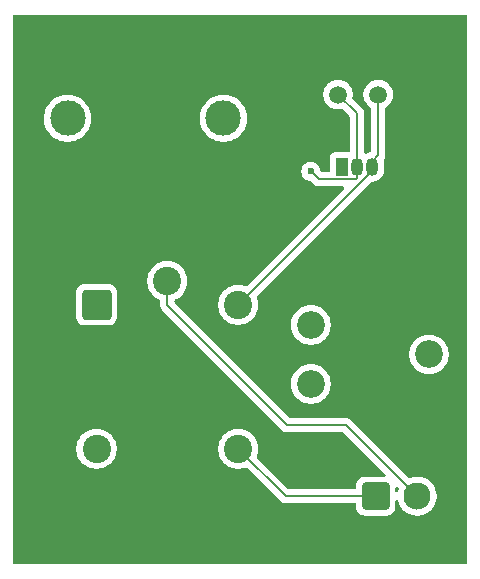
<source format=gbr>
%TF.GenerationSoftware,KiCad,Pcbnew,9.0.3*%
%TF.CreationDate,2025-07-19T00:48:33+05:30*%
%TF.ProjectId,Project_1,50726f6a-6563-4745-9f31-2e6b69636164,rev?*%
%TF.SameCoordinates,Original*%
%TF.FileFunction,Copper,L2,Bot*%
%TF.FilePolarity,Positive*%
%FSLAX46Y46*%
G04 Gerber Fmt 4.6, Leading zero omitted, Abs format (unit mm)*
G04 Created by KiCad (PCBNEW 9.0.3) date 2025-07-19 00:48:33*
%MOMM*%
%LPD*%
G01*
G04 APERTURE LIST*
G04 Aperture macros list*
%AMRoundRect*
0 Rectangle with rounded corners*
0 $1 Rounding radius*
0 $2 $3 $4 $5 $6 $7 $8 $9 X,Y pos of 4 corners*
0 Add a 4 corners polygon primitive as box body*
4,1,4,$2,$3,$4,$5,$6,$7,$8,$9,$2,$3,0*
0 Add four circle primitives for the rounded corners*
1,1,$1+$1,$2,$3*
1,1,$1+$1,$4,$5*
1,1,$1+$1,$6,$7*
1,1,$1+$1,$8,$9*
0 Add four rect primitives between the rounded corners*
20,1,$1+$1,$2,$3,$4,$5,0*
20,1,$1+$1,$4,$5,$6,$7,0*
20,1,$1+$1,$6,$7,$8,$9,0*
20,1,$1+$1,$8,$9,$2,$3,0*%
G04 Aperture macros list end*
%TA.AperFunction,ComponentPad*%
%ADD10C,2.340000*%
%TD*%
%TA.AperFunction,ComponentPad*%
%ADD11C,1.500000*%
%TD*%
%TA.AperFunction,ComponentPad*%
%ADD12R,1.050000X1.500000*%
%TD*%
%TA.AperFunction,ComponentPad*%
%ADD13O,1.050000X1.500000*%
%TD*%
%TA.AperFunction,ComponentPad*%
%ADD14C,2.400000*%
%TD*%
%TA.AperFunction,ComponentPad*%
%ADD15RoundRect,0.250000X-1.000000X-1.000000X1.000000X-1.000000X1.000000X1.000000X-1.000000X1.000000X0*%
%TD*%
%TA.AperFunction,ComponentPad*%
%ADD16RoundRect,0.250001X-0.899999X-0.899999X0.899999X-0.899999X0.899999X0.899999X-0.899999X0.899999X0*%
%TD*%
%TA.AperFunction,ComponentPad*%
%ADD17C,2.300000*%
%TD*%
%TA.AperFunction,ComponentPad*%
%ADD18C,3.000000*%
%TD*%
%TA.AperFunction,ViaPad*%
%ADD19C,0.600000*%
%TD*%
%TA.AperFunction,Conductor*%
%ADD20C,0.200000*%
%TD*%
G04 APERTURE END LIST*
D10*
%TO.P,RV1,1,1*%
%TO.N,+9V*%
X133500000Y-82495000D03*
%TO.P,RV1,2,2*%
X143500000Y-79995000D03*
%TO.P,RV1,3,3*%
%TO.N,/ldr*%
X133500000Y-77495000D03*
%TD*%
D11*
%TO.P,R1,1*%
%TO.N,/ldr*%
X135800000Y-58000000D03*
%TO.P,R1,2*%
%TO.N,GND*%
X139200000Y-58000000D03*
%TD*%
D12*
%TO.P,Q1,1,C*%
%TO.N,+9V*%
X136130000Y-64130000D03*
D13*
%TO.P,Q1,2,B*%
%TO.N,/ldr*%
X137400000Y-64130000D03*
%TO.P,Q1,3,E*%
%TO.N,GND*%
X138670000Y-64130000D03*
%TD*%
D14*
%TO.P,K1,11*%
%TO.N,Net-(J1-Pin_2)*%
X121355000Y-73790000D03*
%TO.P,K1,12*%
%TO.N,Net-(J1-Pin_1)*%
X127355000Y-87990000D03*
%TO.P,K1,14*%
%TO.N,unconnected-(K1-Pad14)*%
X115355000Y-87990000D03*
D15*
%TO.P,K1,A1*%
%TO.N,+9V*%
X115355000Y-75790000D03*
D14*
%TO.P,K1,A2*%
%TO.N,GND*%
X127355000Y-75790000D03*
%TD*%
D16*
%TO.P,J1,1,Pin_1*%
%TO.N,Net-(J1-Pin_1)*%
X139000000Y-92000000D03*
D17*
%TO.P,J1,2,Pin_2*%
%TO.N,Net-(J1-Pin_2)*%
X142500000Y-92000000D03*
%TD*%
D18*
%TO.P,BT1,1,+*%
%TO.N,+9V*%
X126100000Y-60000000D03*
X112900000Y-60000000D03*
%TD*%
D19*
%TO.N,/ldr*%
X133500000Y-77495000D03*
X133500000Y-64500000D03*
X133500000Y-64500000D03*
X133500000Y-64500000D03*
%TD*%
D20*
%TO.N,/ldr*%
X137299000Y-65181000D02*
X134181000Y-65181000D01*
X137400000Y-65080000D02*
X137299000Y-65181000D01*
X134181000Y-65181000D02*
X133500000Y-64500000D01*
X137400000Y-64130000D02*
X137400000Y-65080000D01*
X137400000Y-59600000D02*
X135800000Y-58000000D01*
X137400000Y-64130000D02*
X137400000Y-59600000D01*
%TO.N,Net-(J1-Pin_1)*%
X131365000Y-92000000D02*
X127355000Y-87990000D01*
X139000000Y-92000000D02*
X131365000Y-92000000D01*
%TO.N,Net-(J1-Pin_2)*%
X121355000Y-75855000D02*
X121355000Y-73790000D01*
X136500000Y-86000000D02*
X131500000Y-86000000D01*
X131500000Y-86000000D02*
X121355000Y-75855000D01*
X142500000Y-92000000D02*
X136500000Y-86000000D01*
%TO.N,GND*%
X139200000Y-63140000D02*
X139200000Y-58000000D01*
X138670000Y-63670000D02*
X139200000Y-63140000D01*
X138670000Y-64130000D02*
X138670000Y-63670000D01*
X138670000Y-64475000D02*
X138670000Y-64130000D01*
X127355000Y-75790000D02*
X138670000Y-64475000D01*
%TD*%
%TA.AperFunction,NonConductor*%
G36*
X146692539Y-51270185D02*
G01*
X146738294Y-51322989D01*
X146749500Y-51374500D01*
X146749500Y-97625500D01*
X146729815Y-97692539D01*
X146677011Y-97738294D01*
X146625500Y-97749500D01*
X108374500Y-97749500D01*
X108307461Y-97729815D01*
X108261706Y-97677011D01*
X108250500Y-97625500D01*
X108250500Y-87878549D01*
X113654500Y-87878549D01*
X113654500Y-88101450D01*
X113654501Y-88101466D01*
X113683594Y-88322452D01*
X113683595Y-88322457D01*
X113683596Y-88322463D01*
X113683597Y-88322465D01*
X113741290Y-88537780D01*
X113741293Y-88537790D01*
X113826593Y-88743722D01*
X113826595Y-88743726D01*
X113938052Y-88936774D01*
X113938057Y-88936780D01*
X113938058Y-88936782D01*
X114073751Y-89113622D01*
X114073757Y-89113629D01*
X114231370Y-89271242D01*
X114231376Y-89271247D01*
X114408226Y-89406948D01*
X114601274Y-89518405D01*
X114653991Y-89540241D01*
X114795432Y-89598828D01*
X114807219Y-89603710D01*
X115022537Y-89661404D01*
X115243543Y-89690500D01*
X115243550Y-89690500D01*
X115466450Y-89690500D01*
X115466457Y-89690500D01*
X115687463Y-89661404D01*
X115902781Y-89603710D01*
X116108726Y-89518405D01*
X116301774Y-89406948D01*
X116478624Y-89271247D01*
X116636247Y-89113624D01*
X116771948Y-88936774D01*
X116883405Y-88743726D01*
X116968710Y-88537781D01*
X117026404Y-88322463D01*
X117055500Y-88101457D01*
X117055500Y-87878543D01*
X117026404Y-87657537D01*
X116968710Y-87442219D01*
X116883405Y-87236274D01*
X116771948Y-87043226D01*
X116636247Y-86866376D01*
X116636242Y-86866370D01*
X116478629Y-86708757D01*
X116478622Y-86708751D01*
X116301782Y-86573058D01*
X116301780Y-86573057D01*
X116301774Y-86573052D01*
X116108726Y-86461595D01*
X116108722Y-86461593D01*
X115902790Y-86376293D01*
X115902783Y-86376291D01*
X115902781Y-86376290D01*
X115687463Y-86318596D01*
X115687457Y-86318595D01*
X115687452Y-86318594D01*
X115466466Y-86289501D01*
X115466463Y-86289500D01*
X115466457Y-86289500D01*
X115243543Y-86289500D01*
X115243537Y-86289500D01*
X115243533Y-86289501D01*
X115022547Y-86318594D01*
X115022540Y-86318595D01*
X115022537Y-86318596D01*
X114807219Y-86376290D01*
X114807209Y-86376293D01*
X114601277Y-86461593D01*
X114601273Y-86461595D01*
X114408226Y-86573052D01*
X114408217Y-86573058D01*
X114231377Y-86708751D01*
X114231370Y-86708757D01*
X114073757Y-86866370D01*
X114073751Y-86866377D01*
X113938058Y-87043217D01*
X113938052Y-87043226D01*
X113826595Y-87236273D01*
X113826593Y-87236277D01*
X113741293Y-87442209D01*
X113741290Y-87442219D01*
X113683597Y-87657534D01*
X113683594Y-87657547D01*
X113654501Y-87878533D01*
X113654500Y-87878549D01*
X108250500Y-87878549D01*
X108250500Y-74739983D01*
X113604500Y-74739983D01*
X113604500Y-76840001D01*
X113604501Y-76840018D01*
X113615000Y-76942796D01*
X113615001Y-76942799D01*
X113670185Y-77109331D01*
X113670186Y-77109334D01*
X113762288Y-77258656D01*
X113886344Y-77382712D01*
X114035666Y-77474814D01*
X114202203Y-77529999D01*
X114304991Y-77540500D01*
X116405008Y-77540499D01*
X116507797Y-77529999D01*
X116674334Y-77474814D01*
X116823656Y-77382712D01*
X116947712Y-77258656D01*
X117039814Y-77109334D01*
X117094999Y-76942797D01*
X117105500Y-76840009D01*
X117105499Y-74739992D01*
X117094999Y-74637203D01*
X117039814Y-74470666D01*
X116947712Y-74321344D01*
X116823656Y-74197288D01*
X116674334Y-74105186D01*
X116507797Y-74050001D01*
X116507795Y-74050000D01*
X116405010Y-74039500D01*
X114304998Y-74039500D01*
X114304981Y-74039501D01*
X114202203Y-74050000D01*
X114202200Y-74050001D01*
X114035668Y-74105185D01*
X114035663Y-74105187D01*
X113886342Y-74197289D01*
X113762289Y-74321342D01*
X113670187Y-74470663D01*
X113670186Y-74470666D01*
X113615001Y-74637203D01*
X113615001Y-74637204D01*
X113615000Y-74637204D01*
X113604500Y-74739983D01*
X108250500Y-74739983D01*
X108250500Y-73678549D01*
X119654500Y-73678549D01*
X119654500Y-73901450D01*
X119654501Y-73901466D01*
X119683594Y-74122452D01*
X119683595Y-74122457D01*
X119683596Y-74122463D01*
X119708299Y-74214656D01*
X119741290Y-74337780D01*
X119741293Y-74337790D01*
X119812110Y-74508757D01*
X119826595Y-74543726D01*
X119938052Y-74736774D01*
X119938057Y-74736780D01*
X119938058Y-74736782D01*
X120073751Y-74913622D01*
X120073757Y-74913629D01*
X120231370Y-75071242D01*
X120231376Y-75071247D01*
X120408226Y-75206948D01*
X120601274Y-75318405D01*
X120601277Y-75318406D01*
X120601282Y-75318409D01*
X120677952Y-75350166D01*
X120732356Y-75394006D01*
X120754421Y-75460300D01*
X120754500Y-75464727D01*
X120754500Y-75768330D01*
X120754499Y-75768348D01*
X120754499Y-75934054D01*
X120754498Y-75934054D01*
X120754499Y-75934057D01*
X120795423Y-76086785D01*
X120795424Y-76086787D01*
X120795423Y-76086787D01*
X120804814Y-76103051D01*
X120804815Y-76103052D01*
X120874477Y-76223712D01*
X120874481Y-76223717D01*
X120993349Y-76342585D01*
X120993354Y-76342589D01*
X131131284Y-86480520D01*
X131131286Y-86480521D01*
X131131290Y-86480524D01*
X131268209Y-86559573D01*
X131268216Y-86559577D01*
X131420943Y-86600501D01*
X131420945Y-86600501D01*
X131586654Y-86600501D01*
X131586670Y-86600500D01*
X136199903Y-86600500D01*
X136266942Y-86620185D01*
X136287584Y-86636819D01*
X139788584Y-90137819D01*
X139822069Y-90199142D01*
X139817085Y-90268834D01*
X139775213Y-90324767D01*
X139709749Y-90349184D01*
X139700903Y-90349500D01*
X138049984Y-90349500D01*
X137947204Y-90360000D01*
X137947203Y-90360001D01*
X137780664Y-90415186D01*
X137780662Y-90415187D01*
X137631348Y-90507286D01*
X137631344Y-90507289D01*
X137507289Y-90631344D01*
X137507286Y-90631348D01*
X137415187Y-90780662D01*
X137415186Y-90780664D01*
X137360001Y-90947203D01*
X137360000Y-90947204D01*
X137349500Y-91049984D01*
X137349500Y-91275500D01*
X137329815Y-91342539D01*
X137277011Y-91388294D01*
X137225500Y-91399500D01*
X131665097Y-91399500D01*
X131598058Y-91379815D01*
X131577416Y-91363181D01*
X128963828Y-88749593D01*
X128930343Y-88688270D01*
X128935327Y-88618578D01*
X128936933Y-88614495D01*
X128968710Y-88537781D01*
X129026404Y-88322463D01*
X129055500Y-88101457D01*
X129055500Y-87878543D01*
X129026404Y-87657537D01*
X128968710Y-87442219D01*
X128883405Y-87236274D01*
X128771948Y-87043226D01*
X128636247Y-86866376D01*
X128636242Y-86866370D01*
X128478629Y-86708757D01*
X128478622Y-86708751D01*
X128301782Y-86573058D01*
X128301780Y-86573057D01*
X128301774Y-86573052D01*
X128108726Y-86461595D01*
X128108722Y-86461593D01*
X127902790Y-86376293D01*
X127902783Y-86376291D01*
X127902781Y-86376290D01*
X127687463Y-86318596D01*
X127687457Y-86318595D01*
X127687452Y-86318594D01*
X127466466Y-86289501D01*
X127466463Y-86289500D01*
X127466457Y-86289500D01*
X127243543Y-86289500D01*
X127243537Y-86289500D01*
X127243533Y-86289501D01*
X127022547Y-86318594D01*
X127022540Y-86318595D01*
X127022537Y-86318596D01*
X126807219Y-86376290D01*
X126807209Y-86376293D01*
X126601277Y-86461593D01*
X126601273Y-86461595D01*
X126408226Y-86573052D01*
X126408217Y-86573058D01*
X126231377Y-86708751D01*
X126231370Y-86708757D01*
X126073757Y-86866370D01*
X126073751Y-86866377D01*
X125938058Y-87043217D01*
X125938052Y-87043226D01*
X125826595Y-87236273D01*
X125826593Y-87236277D01*
X125741293Y-87442209D01*
X125741290Y-87442219D01*
X125683597Y-87657534D01*
X125683594Y-87657547D01*
X125654501Y-87878533D01*
X125654500Y-87878549D01*
X125654500Y-88101450D01*
X125654501Y-88101466D01*
X125683594Y-88322452D01*
X125683595Y-88322457D01*
X125683596Y-88322463D01*
X125683597Y-88322465D01*
X125741290Y-88537780D01*
X125741293Y-88537790D01*
X125826593Y-88743722D01*
X125826595Y-88743726D01*
X125938052Y-88936774D01*
X125938057Y-88936780D01*
X125938058Y-88936782D01*
X126073751Y-89113622D01*
X126073757Y-89113629D01*
X126231370Y-89271242D01*
X126231376Y-89271247D01*
X126408226Y-89406948D01*
X126601274Y-89518405D01*
X126653991Y-89540241D01*
X126795432Y-89598828D01*
X126807219Y-89603710D01*
X127022537Y-89661404D01*
X127243543Y-89690500D01*
X127243550Y-89690500D01*
X127466450Y-89690500D01*
X127466457Y-89690500D01*
X127687463Y-89661404D01*
X127902781Y-89603710D01*
X127979460Y-89571947D01*
X128048928Y-89564479D01*
X128111407Y-89595754D01*
X128114593Y-89598828D01*
X130880139Y-92364374D01*
X130880149Y-92364385D01*
X130884479Y-92368715D01*
X130884480Y-92368716D01*
X130996284Y-92480520D01*
X130996286Y-92480521D01*
X130996290Y-92480524D01*
X131133209Y-92559573D01*
X131133216Y-92559577D01*
X131245019Y-92589534D01*
X131285942Y-92600500D01*
X131285943Y-92600500D01*
X137225500Y-92600500D01*
X137292539Y-92620185D01*
X137338294Y-92672989D01*
X137349500Y-92724500D01*
X137349500Y-92950015D01*
X137360000Y-93052795D01*
X137360001Y-93052796D01*
X137415186Y-93219335D01*
X137415187Y-93219337D01*
X137507286Y-93368651D01*
X137507289Y-93368655D01*
X137631344Y-93492710D01*
X137631348Y-93492713D01*
X137780662Y-93584812D01*
X137780664Y-93584813D01*
X137780666Y-93584814D01*
X137947203Y-93639999D01*
X138049992Y-93650500D01*
X138049997Y-93650500D01*
X139950003Y-93650500D01*
X139950008Y-93650500D01*
X140052797Y-93639999D01*
X140219334Y-93584814D01*
X140368655Y-93492711D01*
X140492711Y-93368655D01*
X140584814Y-93219334D01*
X140639999Y-93052797D01*
X140650500Y-92950008D01*
X140650500Y-92431863D01*
X140670185Y-92364824D01*
X140722989Y-92319069D01*
X140792147Y-92309125D01*
X140855703Y-92338150D01*
X140892431Y-92393545D01*
X140930763Y-92511518D01*
X140970421Y-92633572D01*
X141088366Y-92865051D01*
X141241069Y-93075229D01*
X141424771Y-93258931D01*
X141634949Y-93411634D01*
X141782445Y-93486787D01*
X141866423Y-93529577D01*
X141866425Y-93529577D01*
X141866428Y-93529579D01*
X142113507Y-93609860D01*
X142245706Y-93630797D01*
X142370098Y-93650500D01*
X142370103Y-93650500D01*
X142629902Y-93650500D01*
X142743298Y-93632539D01*
X142886493Y-93609860D01*
X143133572Y-93529579D01*
X143365051Y-93411634D01*
X143575229Y-93258931D01*
X143758931Y-93075229D01*
X143911634Y-92865051D01*
X144029579Y-92633572D01*
X144109860Y-92386493D01*
X144132539Y-92243298D01*
X144150500Y-92129902D01*
X144150500Y-91870097D01*
X144120298Y-91679414D01*
X144109860Y-91613507D01*
X144029579Y-91366428D01*
X144029577Y-91366425D01*
X144029577Y-91366423D01*
X143983249Y-91275500D01*
X143911634Y-91134949D01*
X143758931Y-90924771D01*
X143575229Y-90741069D01*
X143365051Y-90588366D01*
X143292764Y-90551534D01*
X143133576Y-90470422D01*
X142886493Y-90390140D01*
X142629902Y-90349500D01*
X142629897Y-90349500D01*
X142370103Y-90349500D01*
X142370098Y-90349500D01*
X142113505Y-90390140D01*
X142113502Y-90390140D01*
X141903393Y-90458409D01*
X141833552Y-90460404D01*
X141777394Y-90428159D01*
X136987590Y-85638355D01*
X136987588Y-85638352D01*
X136868717Y-85519481D01*
X136868716Y-85519480D01*
X136781904Y-85469360D01*
X136781904Y-85469359D01*
X136781900Y-85469358D01*
X136731785Y-85440423D01*
X136579057Y-85399499D01*
X136420943Y-85399499D01*
X136413347Y-85399499D01*
X136413331Y-85399500D01*
X131800098Y-85399500D01*
X131733059Y-85379815D01*
X131712417Y-85363181D01*
X128734738Y-82385502D01*
X131829500Y-82385502D01*
X131829500Y-82604497D01*
X131853306Y-82785314D01*
X131858083Y-82821598D01*
X131914759Y-83033117D01*
X131998560Y-83235428D01*
X131998562Y-83235433D01*
X131998565Y-83235438D01*
X132108049Y-83425070D01*
X132241355Y-83598798D01*
X132241361Y-83598805D01*
X132396194Y-83753638D01*
X132396201Y-83753644D01*
X132569929Y-83886950D01*
X132759561Y-83996434D01*
X132759563Y-83996434D01*
X132759572Y-83996440D01*
X132961883Y-84080241D01*
X133173402Y-84136917D01*
X133390510Y-84165500D01*
X133390517Y-84165500D01*
X133609483Y-84165500D01*
X133609490Y-84165500D01*
X133826598Y-84136917D01*
X134038117Y-84080241D01*
X134240428Y-83996440D01*
X134430071Y-83886950D01*
X134603800Y-83753643D01*
X134758643Y-83598800D01*
X134891950Y-83425071D01*
X135001440Y-83235428D01*
X135085241Y-83033117D01*
X135141917Y-82821598D01*
X135170500Y-82604490D01*
X135170500Y-82385510D01*
X135141917Y-82168402D01*
X135085241Y-81956883D01*
X135001440Y-81754572D01*
X134950014Y-81665500D01*
X134891950Y-81564929D01*
X134758644Y-81391201D01*
X134758638Y-81391194D01*
X134603805Y-81236361D01*
X134603798Y-81236355D01*
X134430070Y-81103049D01*
X134240438Y-80993565D01*
X134240433Y-80993562D01*
X134240428Y-80993560D01*
X134038117Y-80909759D01*
X134038118Y-80909759D01*
X134038115Y-80909758D01*
X133932357Y-80881421D01*
X133826598Y-80853083D01*
X133790314Y-80848306D01*
X133609497Y-80824500D01*
X133609490Y-80824500D01*
X133390510Y-80824500D01*
X133390502Y-80824500D01*
X133183853Y-80851707D01*
X133173402Y-80853083D01*
X133128699Y-80865060D01*
X132961884Y-80909758D01*
X132843374Y-80958847D01*
X132759572Y-80993560D01*
X132759569Y-80993561D01*
X132759561Y-80993565D01*
X132569929Y-81103049D01*
X132396201Y-81236355D01*
X132396194Y-81236361D01*
X132241361Y-81391194D01*
X132241355Y-81391201D01*
X132108049Y-81564929D01*
X131998565Y-81754561D01*
X131998560Y-81754573D01*
X131914758Y-81956884D01*
X131858084Y-82168399D01*
X131858082Y-82168410D01*
X131829500Y-82385502D01*
X128734738Y-82385502D01*
X126234738Y-79885502D01*
X141829500Y-79885502D01*
X141829500Y-80104497D01*
X141853306Y-80285314D01*
X141858083Y-80321598D01*
X141914759Y-80533117D01*
X141998560Y-80735428D01*
X141998562Y-80735433D01*
X141998565Y-80735438D01*
X142108049Y-80925070D01*
X142241355Y-81098798D01*
X142241361Y-81098805D01*
X142396194Y-81253638D01*
X142396201Y-81253644D01*
X142569929Y-81386950D01*
X142759561Y-81496434D01*
X142759563Y-81496434D01*
X142759572Y-81496440D01*
X142961883Y-81580241D01*
X143173402Y-81636917D01*
X143390510Y-81665500D01*
X143390517Y-81665500D01*
X143609483Y-81665500D01*
X143609490Y-81665500D01*
X143826598Y-81636917D01*
X144038117Y-81580241D01*
X144240428Y-81496440D01*
X144430071Y-81386950D01*
X144603800Y-81253643D01*
X144758643Y-81098800D01*
X144891950Y-80925071D01*
X145001440Y-80735428D01*
X145085241Y-80533117D01*
X145141917Y-80321598D01*
X145170500Y-80104490D01*
X145170500Y-79885510D01*
X145141917Y-79668402D01*
X145085241Y-79456883D01*
X145001440Y-79254572D01*
X144950014Y-79165500D01*
X144891950Y-79064929D01*
X144758644Y-78891201D01*
X144758638Y-78891194D01*
X144603805Y-78736361D01*
X144603798Y-78736355D01*
X144430070Y-78603049D01*
X144240438Y-78493565D01*
X144240433Y-78493562D01*
X144240428Y-78493560D01*
X144038117Y-78409759D01*
X144038118Y-78409759D01*
X144038115Y-78409758D01*
X143932357Y-78381421D01*
X143826598Y-78353083D01*
X143790314Y-78348306D01*
X143609497Y-78324500D01*
X143609490Y-78324500D01*
X143390510Y-78324500D01*
X143390502Y-78324500D01*
X143183853Y-78351707D01*
X143173402Y-78353083D01*
X143128699Y-78365060D01*
X142961884Y-78409758D01*
X142843374Y-78458847D01*
X142759572Y-78493560D01*
X142759569Y-78493561D01*
X142759561Y-78493565D01*
X142569929Y-78603049D01*
X142396201Y-78736355D01*
X142396194Y-78736361D01*
X142241361Y-78891194D01*
X142241355Y-78891201D01*
X142108049Y-79064929D01*
X141998565Y-79254561D01*
X141998560Y-79254573D01*
X141914758Y-79456884D01*
X141858084Y-79668399D01*
X141858082Y-79668410D01*
X141829500Y-79885502D01*
X126234738Y-79885502D01*
X122027785Y-75678549D01*
X125654500Y-75678549D01*
X125654500Y-75901450D01*
X125654501Y-75901466D01*
X125683594Y-76122452D01*
X125683595Y-76122457D01*
X125683596Y-76122463D01*
X125741290Y-76337780D01*
X125741293Y-76337790D01*
X125763417Y-76391201D01*
X125826595Y-76543726D01*
X125938052Y-76736774D01*
X125938057Y-76736780D01*
X125938058Y-76736782D01*
X126073751Y-76913622D01*
X126073757Y-76913629D01*
X126231370Y-77071242D01*
X126231376Y-77071247D01*
X126408226Y-77206948D01*
X126601274Y-77318405D01*
X126807219Y-77403710D01*
X127022537Y-77461404D01*
X127243543Y-77490500D01*
X127243550Y-77490500D01*
X127466450Y-77490500D01*
X127466457Y-77490500D01*
X127687463Y-77461404D01*
X127902781Y-77403710D01*
X127946739Y-77385502D01*
X131829500Y-77385502D01*
X131829500Y-77604497D01*
X131853306Y-77785314D01*
X131858083Y-77821598D01*
X131914759Y-78033117D01*
X131998560Y-78235428D01*
X131998562Y-78235433D01*
X131998565Y-78235438D01*
X132108049Y-78425070D01*
X132241355Y-78598798D01*
X132241361Y-78598805D01*
X132396194Y-78753638D01*
X132396201Y-78753644D01*
X132569929Y-78886950D01*
X132759561Y-78996434D01*
X132759563Y-78996434D01*
X132759572Y-78996440D01*
X132961883Y-79080241D01*
X133173402Y-79136917D01*
X133390510Y-79165500D01*
X133390517Y-79165500D01*
X133609483Y-79165500D01*
X133609490Y-79165500D01*
X133826598Y-79136917D01*
X134038117Y-79080241D01*
X134240428Y-78996440D01*
X134430071Y-78886950D01*
X134603800Y-78753643D01*
X134758643Y-78598800D01*
X134891950Y-78425071D01*
X135001440Y-78235428D01*
X135085241Y-78033117D01*
X135141917Y-77821598D01*
X135170500Y-77604490D01*
X135170500Y-77385510D01*
X135141917Y-77168402D01*
X135085241Y-76956883D01*
X135001440Y-76754572D01*
X134991164Y-76736774D01*
X134891950Y-76564929D01*
X134758644Y-76391201D01*
X134758638Y-76391194D01*
X134603805Y-76236361D01*
X134603798Y-76236355D01*
X134430070Y-76103049D01*
X134240438Y-75993565D01*
X134240433Y-75993562D01*
X134240428Y-75993560D01*
X134038117Y-75909759D01*
X134038118Y-75909759D01*
X134038115Y-75909758D01*
X133932357Y-75881421D01*
X133826598Y-75853083D01*
X133790314Y-75848306D01*
X133609497Y-75824500D01*
X133609490Y-75824500D01*
X133390510Y-75824500D01*
X133390502Y-75824500D01*
X133183853Y-75851707D01*
X133173402Y-75853083D01*
X133128699Y-75865060D01*
X132961884Y-75909758D01*
X132843374Y-75958847D01*
X132759572Y-75993560D01*
X132759569Y-75993561D01*
X132759561Y-75993565D01*
X132569929Y-76103049D01*
X132396201Y-76236355D01*
X132396194Y-76236361D01*
X132241361Y-76391194D01*
X132241355Y-76391201D01*
X132108049Y-76564929D01*
X131998565Y-76754561D01*
X131998560Y-76754573D01*
X131914758Y-76956884D01*
X131858084Y-77168399D01*
X131858082Y-77168410D01*
X131829500Y-77385502D01*
X127946739Y-77385502D01*
X128108726Y-77318405D01*
X128301774Y-77206948D01*
X128478624Y-77071247D01*
X128636247Y-76913624D01*
X128771948Y-76736774D01*
X128883405Y-76543726D01*
X128968710Y-76337781D01*
X129026404Y-76122463D01*
X129055500Y-75901457D01*
X129055500Y-75678543D01*
X129026404Y-75457537D01*
X128968710Y-75242219D01*
X128936948Y-75165539D01*
X128929479Y-75096069D01*
X128960754Y-75033590D01*
X128963800Y-75030433D01*
X138577416Y-65416819D01*
X138638739Y-65383334D01*
X138665097Y-65380500D01*
X138771004Y-65380500D01*
X138771005Y-65380499D01*
X138969127Y-65341091D01*
X139155756Y-65263786D01*
X139323718Y-65151558D01*
X139466558Y-65008718D01*
X139578786Y-64840756D01*
X139656091Y-64654127D01*
X139695500Y-64456003D01*
X139695500Y-63803997D01*
X139680833Y-63730261D01*
X139656734Y-63609103D01*
X139659172Y-63581847D01*
X139658138Y-63554501D01*
X139662408Y-63545686D01*
X139662961Y-63539511D01*
X139671575Y-63521865D01*
X139677636Y-63511599D01*
X139680520Y-63508716D01*
X139732176Y-63419244D01*
X139759577Y-63371785D01*
X139800500Y-63219057D01*
X139800500Y-63060943D01*
X139800500Y-59172596D01*
X139820185Y-59105557D01*
X139851614Y-59072278D01*
X139855403Y-59069524D01*
X139855405Y-59069524D01*
X140014646Y-58953828D01*
X140153828Y-58814646D01*
X140269524Y-58655405D01*
X140358884Y-58480025D01*
X140419709Y-58292826D01*
X140434102Y-58201953D01*
X140450500Y-58098422D01*
X140450500Y-57901577D01*
X140419709Y-57707173D01*
X140358882Y-57519970D01*
X140269523Y-57344594D01*
X140153828Y-57185354D01*
X140014646Y-57046172D01*
X139855405Y-56930476D01*
X139680029Y-56841117D01*
X139492826Y-56780290D01*
X139298422Y-56749500D01*
X139298417Y-56749500D01*
X139101583Y-56749500D01*
X139101578Y-56749500D01*
X138907173Y-56780290D01*
X138719970Y-56841117D01*
X138544594Y-56930476D01*
X138453741Y-56996485D01*
X138385354Y-57046172D01*
X138385352Y-57046174D01*
X138385351Y-57046174D01*
X138246174Y-57185351D01*
X138246174Y-57185352D01*
X138246172Y-57185354D01*
X138196485Y-57253741D01*
X138130476Y-57344594D01*
X138041117Y-57519970D01*
X137980290Y-57707173D01*
X137949500Y-57901577D01*
X137949500Y-58098422D01*
X137980290Y-58292826D01*
X138041117Y-58480029D01*
X138130476Y-58655405D01*
X138246172Y-58814646D01*
X138385354Y-58953828D01*
X138544594Y-59069523D01*
X138548386Y-59072278D01*
X138591051Y-59127608D01*
X138599500Y-59172596D01*
X138599500Y-62771668D01*
X138579815Y-62838707D01*
X138527011Y-62884462D01*
X138499691Y-62893285D01*
X138370880Y-62918907D01*
X138370872Y-62918909D01*
X138184235Y-62996217D01*
X138182947Y-62996906D01*
X138182194Y-62997062D01*
X138178616Y-62998545D01*
X138178334Y-62997866D01*
X138114544Y-63011145D01*
X138049301Y-62986141D01*
X138007934Y-62929834D01*
X138000500Y-62887545D01*
X138000500Y-59689060D01*
X138000501Y-59689047D01*
X138000501Y-59520944D01*
X137959576Y-59368214D01*
X137959573Y-59368209D01*
X137880524Y-59231290D01*
X137880518Y-59231282D01*
X137535432Y-58886196D01*
X137053767Y-58404532D01*
X137020283Y-58343210D01*
X137018976Y-58297454D01*
X137050500Y-58098422D01*
X137050500Y-57901577D01*
X137019709Y-57707173D01*
X136958882Y-57519970D01*
X136869523Y-57344594D01*
X136753828Y-57185354D01*
X136614646Y-57046172D01*
X136455405Y-56930476D01*
X136280029Y-56841117D01*
X136092826Y-56780290D01*
X135898422Y-56749500D01*
X135898417Y-56749500D01*
X135701583Y-56749500D01*
X135701578Y-56749500D01*
X135507173Y-56780290D01*
X135319970Y-56841117D01*
X135144594Y-56930476D01*
X135053741Y-56996485D01*
X134985354Y-57046172D01*
X134985352Y-57046174D01*
X134985351Y-57046174D01*
X134846174Y-57185351D01*
X134846174Y-57185352D01*
X134846172Y-57185354D01*
X134796485Y-57253741D01*
X134730476Y-57344594D01*
X134641117Y-57519970D01*
X134580290Y-57707173D01*
X134549500Y-57901577D01*
X134549500Y-58098422D01*
X134580290Y-58292826D01*
X134641117Y-58480029D01*
X134730476Y-58655405D01*
X134846172Y-58814646D01*
X134985354Y-58953828D01*
X135144595Y-59069524D01*
X135215314Y-59105557D01*
X135319970Y-59158882D01*
X135319972Y-59158882D01*
X135319975Y-59158884D01*
X135420317Y-59191487D01*
X135507173Y-59219709D01*
X135701578Y-59250500D01*
X135701583Y-59250500D01*
X135898422Y-59250500D01*
X136097454Y-59218976D01*
X136166747Y-59227930D01*
X136204533Y-59253768D01*
X136763181Y-59812416D01*
X136796666Y-59873739D01*
X136799500Y-59900097D01*
X136799500Y-62755500D01*
X136779815Y-62822539D01*
X136727011Y-62868294D01*
X136675500Y-62879500D01*
X135557129Y-62879500D01*
X135557123Y-62879501D01*
X135497516Y-62885908D01*
X135362671Y-62936202D01*
X135362664Y-62936206D01*
X135247455Y-63022452D01*
X135247452Y-63022455D01*
X135161206Y-63137664D01*
X135161202Y-63137671D01*
X135110908Y-63272517D01*
X135104501Y-63332116D01*
X135104500Y-63332135D01*
X135104501Y-64456500D01*
X135084816Y-64523539D01*
X135032013Y-64569294D01*
X134980501Y-64580500D01*
X134481097Y-64580500D01*
X134451656Y-64571855D01*
X134421670Y-64565332D01*
X134416654Y-64561577D01*
X134414058Y-64560815D01*
X134393416Y-64544181D01*
X134334574Y-64485339D01*
X134301089Y-64424016D01*
X134300638Y-64421849D01*
X134269738Y-64266510D01*
X134269737Y-64266503D01*
X134269735Y-64266498D01*
X134209397Y-64120827D01*
X134209390Y-64120814D01*
X134121789Y-63989711D01*
X134121786Y-63989707D01*
X134010292Y-63878213D01*
X134010288Y-63878210D01*
X133879185Y-63790609D01*
X133879172Y-63790602D01*
X133733501Y-63730264D01*
X133733489Y-63730261D01*
X133578845Y-63699500D01*
X133578842Y-63699500D01*
X133421158Y-63699500D01*
X133421155Y-63699500D01*
X133266510Y-63730261D01*
X133266498Y-63730264D01*
X133120827Y-63790602D01*
X133120814Y-63790609D01*
X132989711Y-63878210D01*
X132989707Y-63878213D01*
X132878213Y-63989707D01*
X132878210Y-63989711D01*
X132790609Y-64120814D01*
X132790602Y-64120827D01*
X132730264Y-64266498D01*
X132730261Y-64266510D01*
X132699500Y-64421153D01*
X132699500Y-64578846D01*
X132730261Y-64733489D01*
X132730264Y-64733501D01*
X132790602Y-64879172D01*
X132790609Y-64879185D01*
X132878210Y-65010288D01*
X132878213Y-65010292D01*
X132989707Y-65121786D01*
X132989711Y-65121789D01*
X133120814Y-65209390D01*
X133120827Y-65209397D01*
X133252126Y-65263782D01*
X133266503Y-65269737D01*
X133331147Y-65282595D01*
X133421849Y-65300638D01*
X133483760Y-65333023D01*
X133485339Y-65334574D01*
X133696139Y-65545374D01*
X133696149Y-65545385D01*
X133700479Y-65549715D01*
X133700480Y-65549716D01*
X133812284Y-65661520D01*
X133812286Y-65661521D01*
X133812290Y-65661524D01*
X133949209Y-65740573D01*
X133949216Y-65740577D01*
X134061019Y-65770534D01*
X134101942Y-65781500D01*
X134101943Y-65781500D01*
X136214903Y-65781500D01*
X136281942Y-65801185D01*
X136327697Y-65853989D01*
X136337641Y-65923147D01*
X136308616Y-65986703D01*
X136302584Y-65993181D01*
X128114592Y-74181171D01*
X128053269Y-74214656D01*
X127983577Y-74209672D01*
X127979459Y-74208051D01*
X127902781Y-74176290D01*
X127687463Y-74118596D01*
X127687457Y-74118595D01*
X127687452Y-74118594D01*
X127466466Y-74089501D01*
X127466463Y-74089500D01*
X127466457Y-74089500D01*
X127243543Y-74089500D01*
X127243537Y-74089500D01*
X127243533Y-74089501D01*
X127022547Y-74118594D01*
X127022540Y-74118595D01*
X127022537Y-74118596D01*
X127008098Y-74122465D01*
X126807219Y-74176290D01*
X126807209Y-74176293D01*
X126601277Y-74261593D01*
X126601273Y-74261595D01*
X126408226Y-74373052D01*
X126408217Y-74373058D01*
X126231377Y-74508751D01*
X126231370Y-74508757D01*
X126073757Y-74666370D01*
X126073751Y-74666377D01*
X125938058Y-74843217D01*
X125938052Y-74843226D01*
X125826595Y-75036273D01*
X125826593Y-75036277D01*
X125741293Y-75242209D01*
X125741290Y-75242219D01*
X125699633Y-75397688D01*
X125683597Y-75457534D01*
X125683594Y-75457547D01*
X125654501Y-75678533D01*
X125654500Y-75678549D01*
X122027785Y-75678549D01*
X121991819Y-75642583D01*
X121958334Y-75581260D01*
X121955500Y-75554902D01*
X121955500Y-75464727D01*
X121975185Y-75397688D01*
X122027989Y-75351933D01*
X122032048Y-75350166D01*
X122108717Y-75318409D01*
X122108718Y-75318407D01*
X122108726Y-75318405D01*
X122301774Y-75206948D01*
X122478624Y-75071247D01*
X122636247Y-74913624D01*
X122771948Y-74736774D01*
X122883405Y-74543726D01*
X122968710Y-74337781D01*
X123026404Y-74122463D01*
X123055500Y-73901457D01*
X123055500Y-73678543D01*
X123026404Y-73457537D01*
X122968710Y-73242219D01*
X122883405Y-73036274D01*
X122771948Y-72843226D01*
X122636247Y-72666376D01*
X122636242Y-72666370D01*
X122478629Y-72508757D01*
X122478622Y-72508751D01*
X122301782Y-72373058D01*
X122301780Y-72373057D01*
X122301774Y-72373052D01*
X122108726Y-72261595D01*
X122108722Y-72261593D01*
X121902790Y-72176293D01*
X121902783Y-72176291D01*
X121902781Y-72176290D01*
X121687463Y-72118596D01*
X121687457Y-72118595D01*
X121687452Y-72118594D01*
X121466466Y-72089501D01*
X121466463Y-72089500D01*
X121466457Y-72089500D01*
X121243543Y-72089500D01*
X121243537Y-72089500D01*
X121243533Y-72089501D01*
X121022547Y-72118594D01*
X121022540Y-72118595D01*
X121022537Y-72118596D01*
X120807219Y-72176290D01*
X120807209Y-72176293D01*
X120601277Y-72261593D01*
X120601273Y-72261595D01*
X120408226Y-72373052D01*
X120408217Y-72373058D01*
X120231377Y-72508751D01*
X120231370Y-72508757D01*
X120073757Y-72666370D01*
X120073751Y-72666377D01*
X119938058Y-72843217D01*
X119938052Y-72843226D01*
X119826595Y-73036273D01*
X119826593Y-73036277D01*
X119741293Y-73242209D01*
X119741290Y-73242219D01*
X119683597Y-73457534D01*
X119683594Y-73457547D01*
X119654501Y-73678533D01*
X119654500Y-73678549D01*
X108250500Y-73678549D01*
X108250500Y-59868872D01*
X110899500Y-59868872D01*
X110899500Y-60131127D01*
X110926123Y-60333339D01*
X110933730Y-60391116D01*
X111001602Y-60644418D01*
X111001605Y-60644428D01*
X111101953Y-60886690D01*
X111101958Y-60886700D01*
X111233075Y-61113803D01*
X111392718Y-61321851D01*
X111392726Y-61321860D01*
X111578140Y-61507274D01*
X111578148Y-61507281D01*
X111786196Y-61666924D01*
X112013299Y-61798041D01*
X112013309Y-61798046D01*
X112255571Y-61898394D01*
X112255581Y-61898398D01*
X112508884Y-61966270D01*
X112768880Y-62000500D01*
X112768887Y-62000500D01*
X113031113Y-62000500D01*
X113031120Y-62000500D01*
X113291116Y-61966270D01*
X113544419Y-61898398D01*
X113786697Y-61798043D01*
X114013803Y-61666924D01*
X114221851Y-61507282D01*
X114221855Y-61507277D01*
X114221860Y-61507274D01*
X114407274Y-61321860D01*
X114407277Y-61321855D01*
X114407282Y-61321851D01*
X114566924Y-61113803D01*
X114698043Y-60886697D01*
X114798398Y-60644419D01*
X114866270Y-60391116D01*
X114900500Y-60131120D01*
X114900500Y-59868880D01*
X114900499Y-59868872D01*
X124099500Y-59868872D01*
X124099500Y-60131127D01*
X124126123Y-60333339D01*
X124133730Y-60391116D01*
X124201602Y-60644418D01*
X124201605Y-60644428D01*
X124301953Y-60886690D01*
X124301958Y-60886700D01*
X124433075Y-61113803D01*
X124592718Y-61321851D01*
X124592726Y-61321860D01*
X124778140Y-61507274D01*
X124778148Y-61507281D01*
X124986196Y-61666924D01*
X125213299Y-61798041D01*
X125213309Y-61798046D01*
X125455571Y-61898394D01*
X125455581Y-61898398D01*
X125708884Y-61966270D01*
X125968880Y-62000500D01*
X125968887Y-62000500D01*
X126231113Y-62000500D01*
X126231120Y-62000500D01*
X126491116Y-61966270D01*
X126744419Y-61898398D01*
X126986697Y-61798043D01*
X127213803Y-61666924D01*
X127421851Y-61507282D01*
X127421855Y-61507277D01*
X127421860Y-61507274D01*
X127607274Y-61321860D01*
X127607277Y-61321855D01*
X127607282Y-61321851D01*
X127766924Y-61113803D01*
X127898043Y-60886697D01*
X127998398Y-60644419D01*
X128066270Y-60391116D01*
X128100500Y-60131120D01*
X128100500Y-59868880D01*
X128066270Y-59608884D01*
X127998398Y-59355581D01*
X127946915Y-59231290D01*
X127898046Y-59113309D01*
X127898041Y-59113299D01*
X127766924Y-58886196D01*
X127607281Y-58678148D01*
X127607274Y-58678140D01*
X127421860Y-58492726D01*
X127421851Y-58492718D01*
X127213803Y-58333075D01*
X126986700Y-58201958D01*
X126986690Y-58201953D01*
X126744428Y-58101605D01*
X126744421Y-58101603D01*
X126744419Y-58101602D01*
X126491116Y-58033730D01*
X126433339Y-58026123D01*
X126231127Y-57999500D01*
X126231120Y-57999500D01*
X125968880Y-57999500D01*
X125968872Y-57999500D01*
X125737772Y-58029926D01*
X125708884Y-58033730D01*
X125467468Y-58098417D01*
X125455581Y-58101602D01*
X125455571Y-58101605D01*
X125213309Y-58201953D01*
X125213299Y-58201958D01*
X124986196Y-58333075D01*
X124778148Y-58492718D01*
X124592718Y-58678148D01*
X124433075Y-58886196D01*
X124301958Y-59113299D01*
X124301953Y-59113309D01*
X124201605Y-59355571D01*
X124201602Y-59355581D01*
X124157294Y-59520944D01*
X124133730Y-59608885D01*
X124099500Y-59868872D01*
X114900499Y-59868872D01*
X114866270Y-59608884D01*
X114798398Y-59355581D01*
X114746915Y-59231290D01*
X114698046Y-59113309D01*
X114698041Y-59113299D01*
X114566924Y-58886196D01*
X114407281Y-58678148D01*
X114407274Y-58678140D01*
X114221860Y-58492726D01*
X114221851Y-58492718D01*
X114013803Y-58333075D01*
X113786700Y-58201958D01*
X113786690Y-58201953D01*
X113544428Y-58101605D01*
X113544421Y-58101603D01*
X113544419Y-58101602D01*
X113291116Y-58033730D01*
X113233339Y-58026123D01*
X113031127Y-57999500D01*
X113031120Y-57999500D01*
X112768880Y-57999500D01*
X112768872Y-57999500D01*
X112537772Y-58029926D01*
X112508884Y-58033730D01*
X112267468Y-58098417D01*
X112255581Y-58101602D01*
X112255571Y-58101605D01*
X112013309Y-58201953D01*
X112013299Y-58201958D01*
X111786196Y-58333075D01*
X111578148Y-58492718D01*
X111392718Y-58678148D01*
X111233075Y-58886196D01*
X111101958Y-59113299D01*
X111101953Y-59113309D01*
X111001605Y-59355571D01*
X111001602Y-59355581D01*
X110957294Y-59520944D01*
X110933730Y-59608885D01*
X110899500Y-59868872D01*
X108250500Y-59868872D01*
X108250500Y-51374500D01*
X108270185Y-51307461D01*
X108322989Y-51261706D01*
X108374500Y-51250500D01*
X146625500Y-51250500D01*
X146692539Y-51270185D01*
G37*
%TD.AperFunction*%
%TA.AperFunction,NonConductor*%
G36*
X140855703Y-91205384D02*
G01*
X140862181Y-91211416D01*
X140928159Y-91277394D01*
X140935451Y-91290749D01*
X140946665Y-91301041D01*
X140951856Y-91320793D01*
X140961644Y-91338717D01*
X140960832Y-91354940D01*
X140964427Y-91368616D01*
X140958409Y-91403393D01*
X140892431Y-91606454D01*
X140852994Y-91664129D01*
X140788635Y-91691328D01*
X140719789Y-91679414D01*
X140668313Y-91632170D01*
X140650500Y-91568136D01*
X140650500Y-91299097D01*
X140670185Y-91232058D01*
X140722989Y-91186303D01*
X140792147Y-91176359D01*
X140855703Y-91205384D01*
G37*
%TD.AperFunction*%
M02*

</source>
